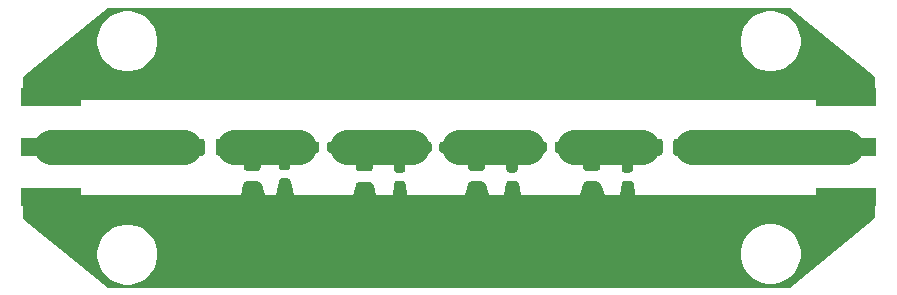
<source format=gbr>
%TF.GenerationSoftware,KiCad,Pcbnew,(5.1.8)-1*%
%TF.CreationDate,2021-01-19T18:41:25+01:00*%
%TF.ProjectId,PAD_2021.01_FiltroNOAA_v1,5041445f-3230-4323-912e-30315f46696c,rev?*%
%TF.SameCoordinates,Original*%
%TF.FileFunction,Copper,L1,Top*%
%TF.FilePolarity,Positive*%
%FSLAX46Y46*%
G04 Gerber Fmt 4.6, Leading zero omitted, Abs format (unit mm)*
G04 Created by KiCad (PCBNEW (5.1.8)-1) date 2021-01-19 18:41:25*
%MOMM*%
%LPD*%
G01*
G04 APERTURE LIST*
%TA.AperFunction,SMDPad,CuDef*%
%ADD10R,5.080000X1.500000*%
%TD*%
%TA.AperFunction,ViaPad*%
%ADD11C,0.800000*%
%TD*%
%TA.AperFunction,Conductor*%
%ADD12C,0.250000*%
%TD*%
%TA.AperFunction,Conductor*%
%ADD13C,3.000000*%
%TD*%
%TA.AperFunction,Conductor*%
%ADD14C,0.254000*%
%TD*%
%TA.AperFunction,Conductor*%
%ADD15C,0.100000*%
%TD*%
G04 APERTURE END LIST*
%TO.P,C1,1*%
%TO.N,Net-(C1-Pad1)*%
%TA.AperFunction,SMDPad,CuDef*%
G36*
G01*
X101400000Y-84525000D02*
X101400000Y-85475000D01*
G75*
G02*
X101150000Y-85725000I-250000J0D01*
G01*
X100650000Y-85725000D01*
G75*
G02*
X100400000Y-85475000I0J250000D01*
G01*
X100400000Y-84525000D01*
G75*
G02*
X100650000Y-84275000I250000J0D01*
G01*
X101150000Y-84275000D01*
G75*
G02*
X101400000Y-84525000I0J-250000D01*
G01*
G37*
%TD.AperFunction*%
%TO.P,C1,2*%
%TO.N,Net-(C1-Pad2)*%
%TA.AperFunction,SMDPad,CuDef*%
G36*
G01*
X99500000Y-84525000D02*
X99500000Y-85475000D01*
G75*
G02*
X99250000Y-85725000I-250000J0D01*
G01*
X98750000Y-85725000D01*
G75*
G02*
X98500000Y-85475000I0J250000D01*
G01*
X98500000Y-84525000D01*
G75*
G02*
X98750000Y-84275000I250000J0D01*
G01*
X99250000Y-84275000D01*
G75*
G02*
X99500000Y-84525000I0J-250000D01*
G01*
G37*
%TD.AperFunction*%
%TD*%
%TO.P,C2,2*%
%TO.N,Earth*%
%TA.AperFunction,SMDPad,CuDef*%
G36*
G01*
X103025000Y-87900000D02*
X103975000Y-87900000D01*
G75*
G02*
X104225000Y-88150000I0J-250000D01*
G01*
X104225000Y-88650000D01*
G75*
G02*
X103975000Y-88900000I-250000J0D01*
G01*
X103025000Y-88900000D01*
G75*
G02*
X102775000Y-88650000I0J250000D01*
G01*
X102775000Y-88150000D01*
G75*
G02*
X103025000Y-87900000I250000J0D01*
G01*
G37*
%TD.AperFunction*%
%TO.P,C2,1*%
%TO.N,Net-(C1-Pad1)*%
%TA.AperFunction,SMDPad,CuDef*%
G36*
G01*
X103025000Y-86000000D02*
X103975000Y-86000000D01*
G75*
G02*
X104225000Y-86250000I0J-250000D01*
G01*
X104225000Y-86750000D01*
G75*
G02*
X103975000Y-87000000I-250000J0D01*
G01*
X103025000Y-87000000D01*
G75*
G02*
X102775000Y-86750000I0J250000D01*
G01*
X102775000Y-86250000D01*
G75*
G02*
X103025000Y-86000000I250000J0D01*
G01*
G37*
%TD.AperFunction*%
%TD*%
%TO.P,C3,1*%
%TO.N,Net-(C3-Pad1)*%
%TA.AperFunction,SMDPad,CuDef*%
G36*
G01*
X110750000Y-84750000D02*
X110750000Y-85250000D01*
G75*
G02*
X110525000Y-85475000I-225000J0D01*
G01*
X110075000Y-85475000D01*
G75*
G02*
X109850000Y-85250000I0J225000D01*
G01*
X109850000Y-84750000D01*
G75*
G02*
X110075000Y-84525000I225000J0D01*
G01*
X110525000Y-84525000D01*
G75*
G02*
X110750000Y-84750000I0J-225000D01*
G01*
G37*
%TD.AperFunction*%
%TO.P,C3,2*%
%TO.N,Net-(C1-Pad1)*%
%TA.AperFunction,SMDPad,CuDef*%
G36*
G01*
X109200000Y-84750000D02*
X109200000Y-85250000D01*
G75*
G02*
X108975000Y-85475000I-225000J0D01*
G01*
X108525000Y-85475000D01*
G75*
G02*
X108300000Y-85250000I0J225000D01*
G01*
X108300000Y-84750000D01*
G75*
G02*
X108525000Y-84525000I225000J0D01*
G01*
X108975000Y-84525000D01*
G75*
G02*
X109200000Y-84750000I0J-225000D01*
G01*
G37*
%TD.AperFunction*%
%TD*%
%TO.P,C4,1*%
%TO.N,Net-(C3-Pad1)*%
%TA.AperFunction,SMDPad,CuDef*%
G36*
G01*
X112525000Y-86050000D02*
X113475000Y-86050000D01*
G75*
G02*
X113725000Y-86300000I0J-250000D01*
G01*
X113725000Y-86800000D01*
G75*
G02*
X113475000Y-87050000I-250000J0D01*
G01*
X112525000Y-87050000D01*
G75*
G02*
X112275000Y-86800000I0J250000D01*
G01*
X112275000Y-86300000D01*
G75*
G02*
X112525000Y-86050000I250000J0D01*
G01*
G37*
%TD.AperFunction*%
%TO.P,C4,2*%
%TO.N,Earth*%
%TA.AperFunction,SMDPad,CuDef*%
G36*
G01*
X112525000Y-87950000D02*
X113475000Y-87950000D01*
G75*
G02*
X113725000Y-88200000I0J-250000D01*
G01*
X113725000Y-88700000D01*
G75*
G02*
X113475000Y-88950000I-250000J0D01*
G01*
X112525000Y-88950000D01*
G75*
G02*
X112275000Y-88700000I0J250000D01*
G01*
X112275000Y-88200000D01*
G75*
G02*
X112525000Y-87950000I250000J0D01*
G01*
G37*
%TD.AperFunction*%
%TD*%
%TO.P,C5,2*%
%TO.N,Net-(C3-Pad1)*%
%TA.AperFunction,SMDPad,CuDef*%
G36*
G01*
X118700000Y-84750000D02*
X118700000Y-85250000D01*
G75*
G02*
X118475000Y-85475000I-225000J0D01*
G01*
X118025000Y-85475000D01*
G75*
G02*
X117800000Y-85250000I0J225000D01*
G01*
X117800000Y-84750000D01*
G75*
G02*
X118025000Y-84525000I225000J0D01*
G01*
X118475000Y-84525000D01*
G75*
G02*
X118700000Y-84750000I0J-225000D01*
G01*
G37*
%TD.AperFunction*%
%TO.P,C5,1*%
%TO.N,Net-(C5-Pad1)*%
%TA.AperFunction,SMDPad,CuDef*%
G36*
G01*
X120250000Y-84750000D02*
X120250000Y-85250000D01*
G75*
G02*
X120025000Y-85475000I-225000J0D01*
G01*
X119575000Y-85475000D01*
G75*
G02*
X119350000Y-85250000I0J225000D01*
G01*
X119350000Y-84750000D01*
G75*
G02*
X119575000Y-84525000I225000J0D01*
G01*
X120025000Y-84525000D01*
G75*
G02*
X120250000Y-84750000I0J-225000D01*
G01*
G37*
%TD.AperFunction*%
%TD*%
%TO.P,C6,2*%
%TO.N,Earth*%
%TA.AperFunction,SMDPad,CuDef*%
G36*
G01*
X122025000Y-87900000D02*
X122975000Y-87900000D01*
G75*
G02*
X123225000Y-88150000I0J-250000D01*
G01*
X123225000Y-88650000D01*
G75*
G02*
X122975000Y-88900000I-250000J0D01*
G01*
X122025000Y-88900000D01*
G75*
G02*
X121775000Y-88650000I0J250000D01*
G01*
X121775000Y-88150000D01*
G75*
G02*
X122025000Y-87900000I250000J0D01*
G01*
G37*
%TD.AperFunction*%
%TO.P,C6,1*%
%TO.N,Net-(C5-Pad1)*%
%TA.AperFunction,SMDPad,CuDef*%
G36*
G01*
X122025000Y-86000000D02*
X122975000Y-86000000D01*
G75*
G02*
X123225000Y-86250000I0J-250000D01*
G01*
X123225000Y-86750000D01*
G75*
G02*
X122975000Y-87000000I-250000J0D01*
G01*
X122025000Y-87000000D01*
G75*
G02*
X121775000Y-86750000I0J250000D01*
G01*
X121775000Y-86250000D01*
G75*
G02*
X122025000Y-86000000I250000J0D01*
G01*
G37*
%TD.AperFunction*%
%TD*%
%TO.P,C7,1*%
%TO.N,Net-(C7-Pad1)*%
%TA.AperFunction,SMDPad,CuDef*%
G36*
G01*
X130000000Y-84750000D02*
X130000000Y-85250000D01*
G75*
G02*
X129775000Y-85475000I-225000J0D01*
G01*
X129325000Y-85475000D01*
G75*
G02*
X129100000Y-85250000I0J225000D01*
G01*
X129100000Y-84750000D01*
G75*
G02*
X129325000Y-84525000I225000J0D01*
G01*
X129775000Y-84525000D01*
G75*
G02*
X130000000Y-84750000I0J-225000D01*
G01*
G37*
%TD.AperFunction*%
%TO.P,C7,2*%
%TO.N,Net-(C5-Pad1)*%
%TA.AperFunction,SMDPad,CuDef*%
G36*
G01*
X128450000Y-84750000D02*
X128450000Y-85250000D01*
G75*
G02*
X128225000Y-85475000I-225000J0D01*
G01*
X127775000Y-85475000D01*
G75*
G02*
X127550000Y-85250000I0J225000D01*
G01*
X127550000Y-84750000D01*
G75*
G02*
X127775000Y-84525000I225000J0D01*
G01*
X128225000Y-84525000D01*
G75*
G02*
X128450000Y-84750000I0J-225000D01*
G01*
G37*
%TD.AperFunction*%
%TD*%
%TO.P,C8,1*%
%TO.N,Net-(C7-Pad1)*%
%TA.AperFunction,SMDPad,CuDef*%
G36*
G01*
X131775000Y-86000000D02*
X132725000Y-86000000D01*
G75*
G02*
X132975000Y-86250000I0J-250000D01*
G01*
X132975000Y-86750000D01*
G75*
G02*
X132725000Y-87000000I-250000J0D01*
G01*
X131775000Y-87000000D01*
G75*
G02*
X131525000Y-86750000I0J250000D01*
G01*
X131525000Y-86250000D01*
G75*
G02*
X131775000Y-86000000I250000J0D01*
G01*
G37*
%TD.AperFunction*%
%TO.P,C8,2*%
%TO.N,Earth*%
%TA.AperFunction,SMDPad,CuDef*%
G36*
G01*
X131775000Y-87900000D02*
X132725000Y-87900000D01*
G75*
G02*
X132975000Y-88150000I0J-250000D01*
G01*
X132975000Y-88650000D01*
G75*
G02*
X132725000Y-88900000I-250000J0D01*
G01*
X131775000Y-88900000D01*
G75*
G02*
X131525000Y-88650000I0J250000D01*
G01*
X131525000Y-88150000D01*
G75*
G02*
X131775000Y-87900000I250000J0D01*
G01*
G37*
%TD.AperFunction*%
%TD*%
%TO.P,C9,2*%
%TO.N,Net-(C7-Pad1)*%
%TA.AperFunction,SMDPad,CuDef*%
G36*
G01*
X138250000Y-84525000D02*
X138250000Y-85475000D01*
G75*
G02*
X138000000Y-85725000I-250000J0D01*
G01*
X137500000Y-85725000D01*
G75*
G02*
X137250000Y-85475000I0J250000D01*
G01*
X137250000Y-84525000D01*
G75*
G02*
X137500000Y-84275000I250000J0D01*
G01*
X138000000Y-84275000D01*
G75*
G02*
X138250000Y-84525000I0J-250000D01*
G01*
G37*
%TD.AperFunction*%
%TO.P,C9,1*%
%TO.N,Net-(C9-Pad1)*%
%TA.AperFunction,SMDPad,CuDef*%
G36*
G01*
X140150000Y-84525000D02*
X140150000Y-85475000D01*
G75*
G02*
X139900000Y-85725000I-250000J0D01*
G01*
X139400000Y-85725000D01*
G75*
G02*
X139150000Y-85475000I0J250000D01*
G01*
X139150000Y-84525000D01*
G75*
G02*
X139400000Y-84275000I250000J0D01*
G01*
X139900000Y-84275000D01*
G75*
G02*
X140150000Y-84525000I0J-250000D01*
G01*
G37*
%TD.AperFunction*%
%TD*%
D10*
%TO.P,Entrada,2*%
%TO.N,Earth*%
X86500000Y-80750000D03*
X86500000Y-89250000D03*
%TO.P,Entrada,1*%
%TO.N,Net-(C1-Pad2)*%
X86500000Y-85000000D03*
%TD*%
%TO.P,Salida,1*%
%TO.N,Net-(C9-Pad1)*%
X153750000Y-85000000D03*
%TO.P,Salida,2*%
%TO.N,Earth*%
X153750000Y-80750000D03*
X153750000Y-89250000D03*
%TD*%
%TO.P,L1,1*%
%TO.N,Net-(C1-Pad1)*%
%TA.AperFunction,SMDPad,CuDef*%
G36*
G01*
X105993750Y-86062500D02*
X106506250Y-86062500D01*
G75*
G02*
X106725000Y-86281250I0J-218750D01*
G01*
X106725000Y-86718750D01*
G75*
G02*
X106506250Y-86937500I-218750J0D01*
G01*
X105993750Y-86937500D01*
G75*
G02*
X105775000Y-86718750I0J218750D01*
G01*
X105775000Y-86281250D01*
G75*
G02*
X105993750Y-86062500I218750J0D01*
G01*
G37*
%TD.AperFunction*%
%TO.P,L1,2*%
%TO.N,Earth*%
%TA.AperFunction,SMDPad,CuDef*%
G36*
G01*
X105993750Y-87637500D02*
X106506250Y-87637500D01*
G75*
G02*
X106725000Y-87856250I0J-218750D01*
G01*
X106725000Y-88293750D01*
G75*
G02*
X106506250Y-88512500I-218750J0D01*
G01*
X105993750Y-88512500D01*
G75*
G02*
X105775000Y-88293750I0J218750D01*
G01*
X105775000Y-87856250D01*
G75*
G02*
X105993750Y-87637500I218750J0D01*
G01*
G37*
%TD.AperFunction*%
%TD*%
%TO.P,L2,2*%
%TO.N,Earth*%
%TA.AperFunction,SMDPad,CuDef*%
G36*
G01*
X115743750Y-87850000D02*
X116256250Y-87850000D01*
G75*
G02*
X116475000Y-88068750I0J-218750D01*
G01*
X116475000Y-88506250D01*
G75*
G02*
X116256250Y-88725000I-218750J0D01*
G01*
X115743750Y-88725000D01*
G75*
G02*
X115525000Y-88506250I0J218750D01*
G01*
X115525000Y-88068750D01*
G75*
G02*
X115743750Y-87850000I218750J0D01*
G01*
G37*
%TD.AperFunction*%
%TO.P,L2,1*%
%TO.N,Net-(C3-Pad1)*%
%TA.AperFunction,SMDPad,CuDef*%
G36*
G01*
X115743750Y-86275000D02*
X116256250Y-86275000D01*
G75*
G02*
X116475000Y-86493750I0J-218750D01*
G01*
X116475000Y-86931250D01*
G75*
G02*
X116256250Y-87150000I-218750J0D01*
G01*
X115743750Y-87150000D01*
G75*
G02*
X115525000Y-86931250I0J218750D01*
G01*
X115525000Y-86493750D01*
G75*
G02*
X115743750Y-86275000I218750J0D01*
G01*
G37*
%TD.AperFunction*%
%TD*%
%TO.P,L3,1*%
%TO.N,Net-(C5-Pad1)*%
%TA.AperFunction,SMDPad,CuDef*%
G36*
G01*
X125243750Y-86275000D02*
X125756250Y-86275000D01*
G75*
G02*
X125975000Y-86493750I0J-218750D01*
G01*
X125975000Y-86931250D01*
G75*
G02*
X125756250Y-87150000I-218750J0D01*
G01*
X125243750Y-87150000D01*
G75*
G02*
X125025000Y-86931250I0J218750D01*
G01*
X125025000Y-86493750D01*
G75*
G02*
X125243750Y-86275000I218750J0D01*
G01*
G37*
%TD.AperFunction*%
%TO.P,L3,2*%
%TO.N,Earth*%
%TA.AperFunction,SMDPad,CuDef*%
G36*
G01*
X125243750Y-87850000D02*
X125756250Y-87850000D01*
G75*
G02*
X125975000Y-88068750I0J-218750D01*
G01*
X125975000Y-88506250D01*
G75*
G02*
X125756250Y-88725000I-218750J0D01*
G01*
X125243750Y-88725000D01*
G75*
G02*
X125025000Y-88506250I0J218750D01*
G01*
X125025000Y-88068750D01*
G75*
G02*
X125243750Y-87850000I218750J0D01*
G01*
G37*
%TD.AperFunction*%
%TD*%
%TO.P,L4,2*%
%TO.N,Earth*%
%TA.AperFunction,SMDPad,CuDef*%
G36*
G01*
X134993750Y-87850000D02*
X135506250Y-87850000D01*
G75*
G02*
X135725000Y-88068750I0J-218750D01*
G01*
X135725000Y-88506250D01*
G75*
G02*
X135506250Y-88725000I-218750J0D01*
G01*
X134993750Y-88725000D01*
G75*
G02*
X134775000Y-88506250I0J218750D01*
G01*
X134775000Y-88068750D01*
G75*
G02*
X134993750Y-87850000I218750J0D01*
G01*
G37*
%TD.AperFunction*%
%TO.P,L4,1*%
%TO.N,Net-(C7-Pad1)*%
%TA.AperFunction,SMDPad,CuDef*%
G36*
G01*
X134993750Y-86275000D02*
X135506250Y-86275000D01*
G75*
G02*
X135725000Y-86493750I0J-218750D01*
G01*
X135725000Y-86931250D01*
G75*
G02*
X135506250Y-87150000I-218750J0D01*
G01*
X134993750Y-87150000D01*
G75*
G02*
X134775000Y-86931250I0J218750D01*
G01*
X134775000Y-86493750D01*
G75*
G02*
X134993750Y-86275000I218750J0D01*
G01*
G37*
%TD.AperFunction*%
%TD*%
D11*
%TO.N,Earth*%
X97600000Y-74950000D03*
X102600000Y-74950000D03*
X107600000Y-74950000D03*
X112600000Y-74950000D03*
X117600000Y-74950000D03*
X122600000Y-74950000D03*
X127600000Y-74950000D03*
X132600000Y-74950000D03*
X137600000Y-74950000D03*
X142600000Y-74950000D03*
X95000000Y-80200000D03*
X100000000Y-80200000D03*
X105000000Y-80200000D03*
X110000000Y-80200000D03*
X115000000Y-80200000D03*
X120000000Y-80200000D03*
X125000000Y-80200000D03*
X130000000Y-80200000D03*
X135000000Y-80200000D03*
X140000000Y-80200000D03*
X145000000Y-80200000D03*
X150000000Y-80200000D03*
X90000000Y-80200000D03*
X97750000Y-94700000D03*
X102750000Y-94700000D03*
X107750000Y-94700000D03*
X112750000Y-94700000D03*
X117750000Y-94700000D03*
X122750000Y-94700000D03*
X127750000Y-94700000D03*
X132750000Y-94700000D03*
X137750000Y-94700000D03*
X142750000Y-94700000D03*
X95000000Y-90000000D03*
X100000000Y-90000000D03*
X110000000Y-90000000D03*
X120000000Y-90000000D03*
X130000000Y-90000000D03*
X140000000Y-90000000D03*
X145000000Y-90000000D03*
X150000000Y-90000000D03*
X90000000Y-90000000D03*
%TD*%
D12*
%TO.N,Net-(C1-Pad1)*%
X101750000Y-85000000D02*
X100900000Y-85000000D01*
X103500000Y-85500000D02*
X103000000Y-85000000D01*
X103500000Y-86500000D02*
X103500000Y-85500000D01*
X106250000Y-85500000D02*
X105750000Y-85000000D01*
X106250000Y-86500000D02*
X106250000Y-85500000D01*
X105750000Y-85000000D02*
X103000000Y-85000000D01*
D13*
X102000000Y-85000000D02*
X107500000Y-85000000D01*
D12*
X107500000Y-85000000D02*
X105750000Y-85000000D01*
X103000000Y-85000000D02*
X102000000Y-85000000D01*
X108750000Y-85000000D02*
X107500000Y-85000000D01*
X102000000Y-85000000D02*
X101750000Y-85000000D01*
D13*
%TO.N,Net-(C1-Pad2)*%
X91750000Y-85000000D02*
X97750000Y-85000000D01*
X86500000Y-85000000D02*
X91750000Y-85000000D01*
X91750000Y-85000000D02*
X94250000Y-85000000D01*
D12*
%TO.N,Net-(C3-Pad1)*%
X113000000Y-86550000D02*
X113000000Y-85000000D01*
X116000000Y-85000000D02*
X116000000Y-86712500D01*
X113000000Y-85000000D02*
X116000000Y-85000000D01*
D13*
X111500000Y-85000000D02*
X117000000Y-85000000D01*
D12*
X117000000Y-85000000D02*
X118250000Y-85000000D01*
X116000000Y-85000000D02*
X117000000Y-85000000D01*
X110300000Y-85000000D02*
X111500000Y-85000000D01*
X111500000Y-85000000D02*
X113000000Y-85000000D01*
%TO.N,Net-(C5-Pad1)*%
X122500000Y-85250000D02*
X122750000Y-85000000D01*
X122500000Y-86500000D02*
X122500000Y-85250000D01*
X125500000Y-85500000D02*
X125000000Y-85000000D01*
X125500000Y-86712500D02*
X125500000Y-85500000D01*
X122750000Y-85000000D02*
X125000000Y-85000000D01*
D13*
X121000000Y-85000000D02*
X126750000Y-85000000D01*
D12*
X125000000Y-85000000D02*
X126750000Y-85000000D01*
X119800000Y-85000000D02*
X121000000Y-85000000D01*
X126750000Y-85000000D02*
X128000000Y-85000000D01*
X121000000Y-85000000D02*
X122750000Y-85000000D01*
%TO.N,Net-(C7-Pad1)*%
X132250000Y-85750000D02*
X131500000Y-85000000D01*
X132250000Y-86500000D02*
X132250000Y-85750000D01*
X135250000Y-85500000D02*
X134750000Y-85000000D01*
X135250000Y-86712500D02*
X135250000Y-85500000D01*
X134750000Y-85000000D02*
X131500000Y-85000000D01*
D13*
X130750000Y-85000000D02*
X136500000Y-85000000D01*
D12*
X136500000Y-85000000D02*
X134750000Y-85000000D01*
X137750000Y-85000000D02*
X136500000Y-85000000D01*
X131500000Y-85000000D02*
X130750000Y-85000000D01*
X130750000Y-85000000D02*
X129550000Y-85000000D01*
D13*
%TO.N,Net-(C9-Pad1)*%
X153750000Y-85000000D02*
X145750000Y-85000000D01*
X145750000Y-85000000D02*
X140750000Y-85000000D01*
%TD*%
D14*
%TO.N,Earth*%
X156090001Y-79064945D02*
X156090001Y-80873000D01*
X84160000Y-80873000D01*
X84160000Y-79064944D01*
X88272193Y-75737314D01*
X90232905Y-75737314D01*
X90232905Y-76262686D01*
X90335400Y-76777963D01*
X90536451Y-77263343D01*
X90828332Y-77700174D01*
X91199826Y-78071668D01*
X91636657Y-78363549D01*
X92122037Y-78564600D01*
X92637314Y-78667095D01*
X93162686Y-78667095D01*
X93677963Y-78564600D01*
X94163343Y-78363549D01*
X94600174Y-78071668D01*
X94971668Y-77700174D01*
X95263549Y-77263343D01*
X95464600Y-76777963D01*
X95567095Y-76262686D01*
X95567095Y-75737314D01*
X144682905Y-75737314D01*
X144682905Y-76262686D01*
X144785400Y-76777963D01*
X144986451Y-77263343D01*
X145278332Y-77700174D01*
X145649826Y-78071668D01*
X146086657Y-78363549D01*
X146572037Y-78564600D01*
X147087314Y-78667095D01*
X147612686Y-78667095D01*
X148127963Y-78564600D01*
X148613343Y-78363549D01*
X149050174Y-78071668D01*
X149421668Y-77700174D01*
X149713549Y-77263343D01*
X149914600Y-76777963D01*
X150017095Y-76262686D01*
X150017095Y-75737314D01*
X149914600Y-75222037D01*
X149713549Y-74736657D01*
X149421668Y-74299826D01*
X149050174Y-73928332D01*
X148613343Y-73636451D01*
X148127963Y-73435400D01*
X147612686Y-73332905D01*
X147087314Y-73332905D01*
X146572037Y-73435400D01*
X146086657Y-73636451D01*
X145649826Y-73928332D01*
X145278332Y-74299826D01*
X144986451Y-74736657D01*
X144785400Y-75222037D01*
X144682905Y-75737314D01*
X95567095Y-75737314D01*
X95464600Y-75222037D01*
X95263549Y-74736657D01*
X94971668Y-74299826D01*
X94600174Y-73928332D01*
X94163343Y-73636451D01*
X93677963Y-73435400D01*
X93162686Y-73332905D01*
X92637314Y-73332905D01*
X92122037Y-73435400D01*
X91636657Y-73636451D01*
X91199826Y-73928332D01*
X90828332Y-74299826D01*
X90536451Y-74736657D01*
X90335400Y-75222037D01*
X90232905Y-75737314D01*
X88272193Y-75737314D01*
X91333590Y-73260000D01*
X148916410Y-73260000D01*
X156090001Y-79064945D01*
%TA.AperFunction,Conductor*%
D15*
G36*
X156090001Y-79064945D02*
G01*
X156090001Y-80873000D01*
X84160000Y-80873000D01*
X84160000Y-79064944D01*
X88272193Y-75737314D01*
X90232905Y-75737314D01*
X90232905Y-76262686D01*
X90335400Y-76777963D01*
X90536451Y-77263343D01*
X90828332Y-77700174D01*
X91199826Y-78071668D01*
X91636657Y-78363549D01*
X92122037Y-78564600D01*
X92637314Y-78667095D01*
X93162686Y-78667095D01*
X93677963Y-78564600D01*
X94163343Y-78363549D01*
X94600174Y-78071668D01*
X94971668Y-77700174D01*
X95263549Y-77263343D01*
X95464600Y-76777963D01*
X95567095Y-76262686D01*
X95567095Y-75737314D01*
X144682905Y-75737314D01*
X144682905Y-76262686D01*
X144785400Y-76777963D01*
X144986451Y-77263343D01*
X145278332Y-77700174D01*
X145649826Y-78071668D01*
X146086657Y-78363549D01*
X146572037Y-78564600D01*
X147087314Y-78667095D01*
X147612686Y-78667095D01*
X148127963Y-78564600D01*
X148613343Y-78363549D01*
X149050174Y-78071668D01*
X149421668Y-77700174D01*
X149713549Y-77263343D01*
X149914600Y-76777963D01*
X150017095Y-76262686D01*
X150017095Y-75737314D01*
X149914600Y-75222037D01*
X149713549Y-74736657D01*
X149421668Y-74299826D01*
X149050174Y-73928332D01*
X148613343Y-73636451D01*
X148127963Y-73435400D01*
X147612686Y-73332905D01*
X147087314Y-73332905D01*
X146572037Y-73435400D01*
X146086657Y-73636451D01*
X145649826Y-73928332D01*
X145278332Y-74299826D01*
X144986451Y-74736657D01*
X144785400Y-75222037D01*
X144682905Y-75737314D01*
X95567095Y-75737314D01*
X95464600Y-75222037D01*
X95263549Y-74736657D01*
X94971668Y-74299826D01*
X94600174Y-73928332D01*
X94163343Y-73636451D01*
X93677963Y-73435400D01*
X93162686Y-73332905D01*
X92637314Y-73332905D01*
X92122037Y-73435400D01*
X91636657Y-73636451D01*
X91199826Y-73928332D01*
X90828332Y-74299826D01*
X90536451Y-74736657D01*
X90335400Y-75222037D01*
X90232905Y-75737314D01*
X88272193Y-75737314D01*
X91333590Y-73260000D01*
X148916410Y-73260000D01*
X156090001Y-79064945D01*
G37*
%TD.AperFunction*%
%TD*%
D14*
%TO.N,Earth*%
X106875285Y-89023984D02*
X106882361Y-89047853D01*
X106893957Y-89069884D01*
X106909628Y-89089229D01*
X106928772Y-89105146D01*
X106950654Y-89117021D01*
X106974432Y-89124400D01*
X107000000Y-89127000D01*
X112000000Y-89127000D01*
X112024776Y-89124560D01*
X112048601Y-89117333D01*
X112070557Y-89105597D01*
X112089803Y-89089803D01*
X112105597Y-89070557D01*
X112117333Y-89048601D01*
X112122818Y-89032321D01*
X112347902Y-88177000D01*
X113646953Y-88177000D01*
X113825724Y-89026163D01*
X113833216Y-89049906D01*
X113845196Y-89071730D01*
X113861204Y-89090798D01*
X113880624Y-89106377D01*
X113902710Y-89117867D01*
X113926613Y-89124828D01*
X113950000Y-89127000D01*
X115400000Y-89127000D01*
X115424776Y-89124560D01*
X115448601Y-89117333D01*
X115470557Y-89105597D01*
X115489803Y-89089803D01*
X115505597Y-89070557D01*
X115517333Y-89048601D01*
X115524560Y-89024776D01*
X115526428Y-89012041D01*
X115615480Y-88077000D01*
X116384520Y-88077000D01*
X116473572Y-89012041D01*
X116478350Y-89036474D01*
X116487804Y-89059506D01*
X116501569Y-89080251D01*
X116519116Y-89097912D01*
X116539772Y-89111810D01*
X116562742Y-89121412D01*
X116587145Y-89126348D01*
X116600000Y-89127000D01*
X121500000Y-89127000D01*
X121524776Y-89124560D01*
X121548601Y-89117333D01*
X121570557Y-89105597D01*
X121589803Y-89089803D01*
X121605597Y-89070557D01*
X121617333Y-89048601D01*
X121623208Y-89030802D01*
X121849159Y-88127000D01*
X123150841Y-88127000D01*
X123376792Y-89030802D01*
X123385168Y-89054247D01*
X123397958Y-89075607D01*
X123414669Y-89094062D01*
X123434659Y-89108902D01*
X123457160Y-89119556D01*
X123481308Y-89125617D01*
X123500000Y-89127000D01*
X124800000Y-89127000D01*
X124824776Y-89124560D01*
X124848601Y-89117333D01*
X124870557Y-89105597D01*
X124889803Y-89089803D01*
X124905597Y-89070557D01*
X124917333Y-89048601D01*
X124924951Y-89022718D01*
X125105991Y-88027000D01*
X125894009Y-88027000D01*
X126075049Y-89022718D01*
X126081882Y-89046659D01*
X126093254Y-89068806D01*
X126108728Y-89088309D01*
X126127710Y-89104418D01*
X126149470Y-89116515D01*
X126173172Y-89124134D01*
X126200000Y-89127000D01*
X131200000Y-89127000D01*
X131224776Y-89124560D01*
X131248601Y-89117333D01*
X131270557Y-89105597D01*
X131289803Y-89089803D01*
X131305597Y-89070557D01*
X131317333Y-89048601D01*
X131321644Y-89036493D01*
X131594492Y-88127000D01*
X132905508Y-88127000D01*
X133178356Y-89036493D01*
X133187813Y-89059524D01*
X133201581Y-89080266D01*
X133219131Y-89097925D01*
X133239789Y-89111820D01*
X133262761Y-89121418D01*
X133287164Y-89126350D01*
X133300000Y-89127000D01*
X134600000Y-89127000D01*
X134624776Y-89124560D01*
X134648601Y-89117333D01*
X134670557Y-89105597D01*
X134689803Y-89089803D01*
X134705597Y-89070557D01*
X134717333Y-89048601D01*
X134725835Y-89017159D01*
X134860857Y-88027000D01*
X135639143Y-88027000D01*
X135774165Y-89017159D01*
X135779930Y-89041379D01*
X135790310Y-89064008D01*
X135804905Y-89084178D01*
X135823154Y-89101113D01*
X135844357Y-89114162D01*
X135867698Y-89122823D01*
X135900000Y-89127000D01*
X156090000Y-89127000D01*
X156090000Y-90935056D01*
X148916143Y-96740217D01*
X95100482Y-96790000D01*
X91333590Y-96790000D01*
X87622954Y-93787314D01*
X90232905Y-93787314D01*
X90232905Y-94312686D01*
X90335400Y-94827963D01*
X90536451Y-95313343D01*
X90828332Y-95750174D01*
X91199826Y-96121668D01*
X91636657Y-96413549D01*
X92122037Y-96614600D01*
X92637314Y-96717095D01*
X93162686Y-96717095D01*
X93677963Y-96614600D01*
X94163343Y-96413549D01*
X94600174Y-96121668D01*
X94971668Y-95750174D01*
X95263549Y-95313343D01*
X95464600Y-94827963D01*
X95567095Y-94312686D01*
X95567095Y-93787314D01*
X95557150Y-93737314D01*
X144682905Y-93737314D01*
X144682905Y-94262686D01*
X144785400Y-94777963D01*
X144986451Y-95263343D01*
X145278332Y-95700174D01*
X145649826Y-96071668D01*
X146086657Y-96363549D01*
X146572037Y-96564600D01*
X147087314Y-96667095D01*
X147612686Y-96667095D01*
X148127963Y-96564600D01*
X148613343Y-96363549D01*
X149050174Y-96071668D01*
X149421668Y-95700174D01*
X149713549Y-95263343D01*
X149914600Y-94777963D01*
X150017095Y-94262686D01*
X150017095Y-93737314D01*
X149914600Y-93222037D01*
X149713549Y-92736657D01*
X149421668Y-92299826D01*
X149050174Y-91928332D01*
X148613343Y-91636451D01*
X148127963Y-91435400D01*
X147612686Y-91332905D01*
X147087314Y-91332905D01*
X146572037Y-91435400D01*
X146086657Y-91636451D01*
X145649826Y-91928332D01*
X145278332Y-92299826D01*
X144986451Y-92736657D01*
X144785400Y-93222037D01*
X144682905Y-93737314D01*
X95557150Y-93737314D01*
X95464600Y-93272037D01*
X95263549Y-92786657D01*
X94971668Y-92349826D01*
X94600174Y-91978332D01*
X94163343Y-91686451D01*
X93677963Y-91485400D01*
X93162686Y-91382905D01*
X92637314Y-91382905D01*
X92122037Y-91485400D01*
X91636657Y-91686451D01*
X91199826Y-91978332D01*
X90828332Y-92349826D01*
X90536451Y-92786657D01*
X90335400Y-93272037D01*
X90232905Y-93787314D01*
X87622954Y-93787314D01*
X84160000Y-90985056D01*
X84160000Y-89127000D01*
X102500000Y-89127000D01*
X102524776Y-89124560D01*
X102548601Y-89117333D01*
X102570557Y-89105597D01*
X102589803Y-89089803D01*
X102605597Y-89070557D01*
X102617333Y-89048601D01*
X102623208Y-89030802D01*
X102849159Y-88127000D01*
X104150841Y-88127000D01*
X104376792Y-89030802D01*
X104385168Y-89054247D01*
X104397958Y-89075607D01*
X104414669Y-89094062D01*
X104434659Y-89108902D01*
X104457160Y-89119556D01*
X104481308Y-89125617D01*
X104500000Y-89127000D01*
X105500000Y-89127000D01*
X105524776Y-89124560D01*
X105548601Y-89117333D01*
X105570557Y-89105597D01*
X105589803Y-89089803D01*
X105605597Y-89070557D01*
X105617333Y-89048601D01*
X105624715Y-89023984D01*
X105854904Y-87827000D01*
X106645096Y-87827000D01*
X106875285Y-89023984D01*
%TA.AperFunction,Conductor*%
D15*
G36*
X106875285Y-89023984D02*
G01*
X106882361Y-89047853D01*
X106893957Y-89069884D01*
X106909628Y-89089229D01*
X106928772Y-89105146D01*
X106950654Y-89117021D01*
X106974432Y-89124400D01*
X107000000Y-89127000D01*
X112000000Y-89127000D01*
X112024776Y-89124560D01*
X112048601Y-89117333D01*
X112070557Y-89105597D01*
X112089803Y-89089803D01*
X112105597Y-89070557D01*
X112117333Y-89048601D01*
X112122818Y-89032321D01*
X112347902Y-88177000D01*
X113646953Y-88177000D01*
X113825724Y-89026163D01*
X113833216Y-89049906D01*
X113845196Y-89071730D01*
X113861204Y-89090798D01*
X113880624Y-89106377D01*
X113902710Y-89117867D01*
X113926613Y-89124828D01*
X113950000Y-89127000D01*
X115400000Y-89127000D01*
X115424776Y-89124560D01*
X115448601Y-89117333D01*
X115470557Y-89105597D01*
X115489803Y-89089803D01*
X115505597Y-89070557D01*
X115517333Y-89048601D01*
X115524560Y-89024776D01*
X115526428Y-89012041D01*
X115615480Y-88077000D01*
X116384520Y-88077000D01*
X116473572Y-89012041D01*
X116478350Y-89036474D01*
X116487804Y-89059506D01*
X116501569Y-89080251D01*
X116519116Y-89097912D01*
X116539772Y-89111810D01*
X116562742Y-89121412D01*
X116587145Y-89126348D01*
X116600000Y-89127000D01*
X121500000Y-89127000D01*
X121524776Y-89124560D01*
X121548601Y-89117333D01*
X121570557Y-89105597D01*
X121589803Y-89089803D01*
X121605597Y-89070557D01*
X121617333Y-89048601D01*
X121623208Y-89030802D01*
X121849159Y-88127000D01*
X123150841Y-88127000D01*
X123376792Y-89030802D01*
X123385168Y-89054247D01*
X123397958Y-89075607D01*
X123414669Y-89094062D01*
X123434659Y-89108902D01*
X123457160Y-89119556D01*
X123481308Y-89125617D01*
X123500000Y-89127000D01*
X124800000Y-89127000D01*
X124824776Y-89124560D01*
X124848601Y-89117333D01*
X124870557Y-89105597D01*
X124889803Y-89089803D01*
X124905597Y-89070557D01*
X124917333Y-89048601D01*
X124924951Y-89022718D01*
X125105991Y-88027000D01*
X125894009Y-88027000D01*
X126075049Y-89022718D01*
X126081882Y-89046659D01*
X126093254Y-89068806D01*
X126108728Y-89088309D01*
X126127710Y-89104418D01*
X126149470Y-89116515D01*
X126173172Y-89124134D01*
X126200000Y-89127000D01*
X131200000Y-89127000D01*
X131224776Y-89124560D01*
X131248601Y-89117333D01*
X131270557Y-89105597D01*
X131289803Y-89089803D01*
X131305597Y-89070557D01*
X131317333Y-89048601D01*
X131321644Y-89036493D01*
X131594492Y-88127000D01*
X132905508Y-88127000D01*
X133178356Y-89036493D01*
X133187813Y-89059524D01*
X133201581Y-89080266D01*
X133219131Y-89097925D01*
X133239789Y-89111820D01*
X133262761Y-89121418D01*
X133287164Y-89126350D01*
X133300000Y-89127000D01*
X134600000Y-89127000D01*
X134624776Y-89124560D01*
X134648601Y-89117333D01*
X134670557Y-89105597D01*
X134689803Y-89089803D01*
X134705597Y-89070557D01*
X134717333Y-89048601D01*
X134725835Y-89017159D01*
X134860857Y-88027000D01*
X135639143Y-88027000D01*
X135774165Y-89017159D01*
X135779930Y-89041379D01*
X135790310Y-89064008D01*
X135804905Y-89084178D01*
X135823154Y-89101113D01*
X135844357Y-89114162D01*
X135867698Y-89122823D01*
X135900000Y-89127000D01*
X156090000Y-89127000D01*
X156090000Y-90935056D01*
X148916143Y-96740217D01*
X95100482Y-96790000D01*
X91333590Y-96790000D01*
X87622954Y-93787314D01*
X90232905Y-93787314D01*
X90232905Y-94312686D01*
X90335400Y-94827963D01*
X90536451Y-95313343D01*
X90828332Y-95750174D01*
X91199826Y-96121668D01*
X91636657Y-96413549D01*
X92122037Y-96614600D01*
X92637314Y-96717095D01*
X93162686Y-96717095D01*
X93677963Y-96614600D01*
X94163343Y-96413549D01*
X94600174Y-96121668D01*
X94971668Y-95750174D01*
X95263549Y-95313343D01*
X95464600Y-94827963D01*
X95567095Y-94312686D01*
X95567095Y-93787314D01*
X95557150Y-93737314D01*
X144682905Y-93737314D01*
X144682905Y-94262686D01*
X144785400Y-94777963D01*
X144986451Y-95263343D01*
X145278332Y-95700174D01*
X145649826Y-96071668D01*
X146086657Y-96363549D01*
X146572037Y-96564600D01*
X147087314Y-96667095D01*
X147612686Y-96667095D01*
X148127963Y-96564600D01*
X148613343Y-96363549D01*
X149050174Y-96071668D01*
X149421668Y-95700174D01*
X149713549Y-95263343D01*
X149914600Y-94777963D01*
X150017095Y-94262686D01*
X150017095Y-93737314D01*
X149914600Y-93222037D01*
X149713549Y-92736657D01*
X149421668Y-92299826D01*
X149050174Y-91928332D01*
X148613343Y-91636451D01*
X148127963Y-91435400D01*
X147612686Y-91332905D01*
X147087314Y-91332905D01*
X146572037Y-91435400D01*
X146086657Y-91636451D01*
X145649826Y-91928332D01*
X145278332Y-92299826D01*
X144986451Y-92736657D01*
X144785400Y-93222037D01*
X144682905Y-93737314D01*
X95557150Y-93737314D01*
X95464600Y-93272037D01*
X95263549Y-92786657D01*
X94971668Y-92349826D01*
X94600174Y-91978332D01*
X94163343Y-91686451D01*
X93677963Y-91485400D01*
X93162686Y-91382905D01*
X92637314Y-91382905D01*
X92122037Y-91485400D01*
X91636657Y-91686451D01*
X91199826Y-91978332D01*
X90828332Y-92349826D01*
X90536451Y-92786657D01*
X90335400Y-93272037D01*
X90232905Y-93787314D01*
X87622954Y-93787314D01*
X84160000Y-90985056D01*
X84160000Y-89127000D01*
X102500000Y-89127000D01*
X102524776Y-89124560D01*
X102548601Y-89117333D01*
X102570557Y-89105597D01*
X102589803Y-89089803D01*
X102605597Y-89070557D01*
X102617333Y-89048601D01*
X102623208Y-89030802D01*
X102849159Y-88127000D01*
X104150841Y-88127000D01*
X104376792Y-89030802D01*
X104385168Y-89054247D01*
X104397958Y-89075607D01*
X104414669Y-89094062D01*
X104434659Y-89108902D01*
X104457160Y-89119556D01*
X104481308Y-89125617D01*
X104500000Y-89127000D01*
X105500000Y-89127000D01*
X105524776Y-89124560D01*
X105548601Y-89117333D01*
X105570557Y-89105597D01*
X105589803Y-89089803D01*
X105605597Y-89070557D01*
X105617333Y-89048601D01*
X105624715Y-89023984D01*
X105854904Y-87827000D01*
X106645096Y-87827000D01*
X106875285Y-89023984D01*
G37*
%TD.AperFunction*%
%TD*%
M02*

</source>
